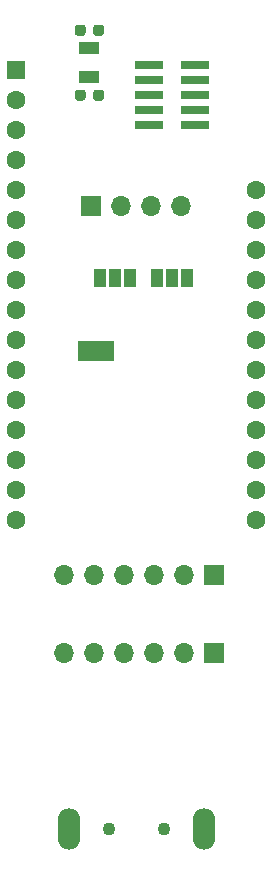
<source format=gbr>
G04 #@! TF.GenerationSoftware,KiCad,Pcbnew,5.1.10-88a1d61d58~90~ubuntu20.04.1*
G04 #@! TF.CreationDate,2021-07-18T21:46:05+01:00*
G04 #@! TF.ProjectId,lhc_tijolo32_board,6c68635f-7469-46a6-9f6c-6f33325f626f,rev?*
G04 #@! TF.SameCoordinates,Original*
G04 #@! TF.FileFunction,Soldermask,Bot*
G04 #@! TF.FilePolarity,Negative*
%FSLAX46Y46*%
G04 Gerber Fmt 4.6, Leading zero omitted, Abs format (unit mm)*
G04 Created by KiCad (PCBNEW 5.1.10-88a1d61d58~90~ubuntu20.04.1) date 2021-07-18 21:46:05*
%MOMM*%
%LPD*%
G01*
G04 APERTURE LIST*
%ADD10C,0.100000*%
%ADD11O,1.700000X1.700000*%
%ADD12R,1.700000X1.700000*%
%ADD13C,1.600000*%
%ADD14R,1.600000X1.600000*%
%ADD15R,1.000000X1.500000*%
%ADD16C,1.100000*%
%ADD17O,1.900000X3.500000*%
%ADD18R,1.800000X1.000000*%
%ADD19R,2.400000X0.740000*%
G04 APERTURE END LIST*
D10*
G36*
X111600000Y-69890000D02*
G01*
X108600000Y-69890000D01*
X108600000Y-68290000D01*
X111600000Y-68290000D01*
X111600000Y-69890000D01*
G37*
X111600000Y-69890000D02*
X108600000Y-69890000D01*
X108600000Y-68290000D01*
X111600000Y-68290000D01*
X111600000Y-69890000D01*
D11*
X107442000Y-88138000D03*
X109982000Y-88138000D03*
X112522000Y-88138000D03*
X115062000Y-88138000D03*
X117602000Y-88138000D03*
D12*
X120142000Y-88138000D03*
D11*
X107442000Y-94742000D03*
X109982000Y-94742000D03*
X112522000Y-94742000D03*
X115062000Y-94742000D03*
X117602000Y-94742000D03*
D12*
X120142000Y-94742000D03*
D11*
X117348000Y-56896000D03*
X114808000Y-56896000D03*
X112268000Y-56896000D03*
D12*
X109728000Y-56896000D03*
D13*
X123700000Y-83480000D03*
X123700000Y-80940000D03*
X123700000Y-78400000D03*
X123700000Y-75860000D03*
X123700000Y-73320000D03*
X123700000Y-70780000D03*
X123700000Y-68240000D03*
X123700000Y-65700000D03*
X123700000Y-63160000D03*
X123700000Y-60620000D03*
X123700000Y-58080000D03*
X123700000Y-55540000D03*
D14*
X103380000Y-45380000D03*
D13*
X103380000Y-47920000D03*
X103380000Y-50460000D03*
X103380000Y-53000000D03*
X103380000Y-55540000D03*
X103380000Y-58080000D03*
X103380000Y-60620000D03*
X103380000Y-63160000D03*
X103380000Y-65700000D03*
X103380000Y-68240000D03*
X103380000Y-70780000D03*
X103380000Y-73320000D03*
X103380000Y-75860000D03*
X103380000Y-78400000D03*
X103380000Y-80940000D03*
X103380000Y-83480000D03*
D15*
X110460000Y-62992000D03*
X111760000Y-62992000D03*
X113060000Y-62992000D03*
X117886000Y-62992000D03*
X116586000Y-62992000D03*
X115286000Y-62992000D03*
D16*
X111300000Y-109590000D03*
X115900000Y-109590000D03*
D17*
X107900000Y-109590000D03*
X119300000Y-109590000D03*
D18*
X109600000Y-45990000D03*
X109600000Y-43490000D03*
D19*
X114650000Y-50030000D03*
X118550000Y-50030000D03*
X114650000Y-48760000D03*
X118550000Y-48760000D03*
X114650000Y-47490000D03*
X118550000Y-47490000D03*
X114650000Y-46220000D03*
X118550000Y-46220000D03*
X114650000Y-44950000D03*
X118550000Y-44950000D03*
G36*
G01*
X109925000Y-47740000D02*
X109925000Y-47240000D01*
G75*
G02*
X110150000Y-47015000I225000J0D01*
G01*
X110600000Y-47015000D01*
G75*
G02*
X110825000Y-47240000I0J-225000D01*
G01*
X110825000Y-47740000D01*
G75*
G02*
X110600000Y-47965000I-225000J0D01*
G01*
X110150000Y-47965000D01*
G75*
G02*
X109925000Y-47740000I0J225000D01*
G01*
G37*
G36*
G01*
X108375000Y-47740000D02*
X108375000Y-47240000D01*
G75*
G02*
X108600000Y-47015000I225000J0D01*
G01*
X109050000Y-47015000D01*
G75*
G02*
X109275000Y-47240000I0J-225000D01*
G01*
X109275000Y-47740000D01*
G75*
G02*
X109050000Y-47965000I-225000J0D01*
G01*
X108600000Y-47965000D01*
G75*
G02*
X108375000Y-47740000I0J225000D01*
G01*
G37*
G36*
G01*
X109925000Y-42240000D02*
X109925000Y-41740000D01*
G75*
G02*
X110150000Y-41515000I225000J0D01*
G01*
X110600000Y-41515000D01*
G75*
G02*
X110825000Y-41740000I0J-225000D01*
G01*
X110825000Y-42240000D01*
G75*
G02*
X110600000Y-42465000I-225000J0D01*
G01*
X110150000Y-42465000D01*
G75*
G02*
X109925000Y-42240000I0J225000D01*
G01*
G37*
G36*
G01*
X108375000Y-42240000D02*
X108375000Y-41740000D01*
G75*
G02*
X108600000Y-41515000I225000J0D01*
G01*
X109050000Y-41515000D01*
G75*
G02*
X109275000Y-41740000I0J-225000D01*
G01*
X109275000Y-42240000D01*
G75*
G02*
X109050000Y-42465000I-225000J0D01*
G01*
X108600000Y-42465000D01*
G75*
G02*
X108375000Y-42240000I0J225000D01*
G01*
G37*
M02*

</source>
